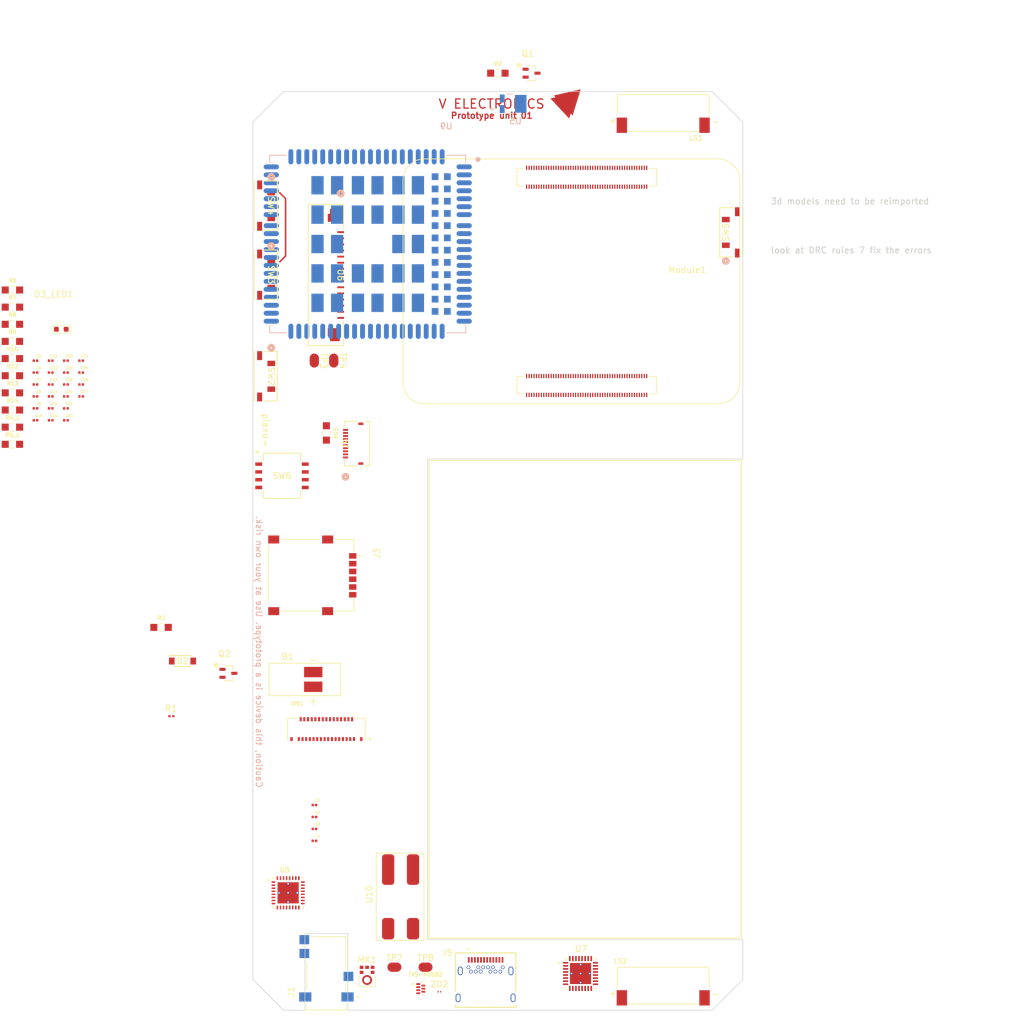
<source format=kicad_pcb>
(kicad_pcb (version 20241229) (generator "pcbnew") (generator_version "9.0")
  (title_block (title "SPIRIT-carrier-board") (date "2024-08-30") (company "V-Electronics"))
  (layers (0 "F.Cu" signal) (2 "B.Cu" signal) (13 "F.Paste" user) (15 "B.Paste" user) (5 "F.SilkS" user "F.Silkscreen") (7 "B.SilkS" user "B.Silkscreen") (1 "F.Mask" user) (3 "B.Mask" user) (25 "Edge.Cuts" user))
  (net 0 "")
  (net 1 "Net-(Module1B-USB3-1-RX_N)")
  (net 2 "Net-(Module1B-USB3-1-RX_P)")
  (net 3 "USBC POW")
  (net 4 "Net-(Module1B-USB3-1-TX_N)")
  (net 5 "Net-(Module1B-USB3-1-TX_P)")
  (net 6 "RX1+")
  (net 7 "RX1-")
  (net 16 "CODEC SDA")
  (net 31 "D-")
  (net 32 "D+")
  (net 38 "SYS")
  (net 43 "GPSGSM-SWITCH")
  (net 45 "CAM_SDA")
  (net 46 "CAM_SCL")
  (net 47 "CAM_CK_P")
  (net 48 "CAM_CK_N")
  (net 49 "CAM_D1_P")
  (net 50 "CAM_D1_N")
  (net 51 "GND")
  (net 52 "VCC")
  (net 68 "CAM_D0_P")
  (net 76 "Net-(U11-PMID)")
  (net 91 "CAM_D0_N")
  (net 102 "BAT")
  (net 121 "Net-(BAT2--)")
  (net 126 "Net-(BAT2-+)")
  (net 135 "SPI0_RDY")
  (net 167 "TX1+")
  (net 169 "TX1-")
  (net 210 "CODEC SCL")
  (net 211 "JACK-IN")
  (net 212 "MIC-SWITCH")
  (net 213 "CAM-SWITCH")
  (net 218 "CAM_IO0")
  (net 219 "DSI1_D0_N")
  (net 220 "DSI1_D0_P")
  (net 221 "DSI1_D1_N")
  (net 222 "DSI1_D1_P")
  (net 223 "DSI1_C_N")
  (net 224 "DSI1_C_P")
  (net 225 "DSI1_D2_N")
  (net 226 "DSI1_D2_P")
  (net 227 "DSI1_D3_N")
  (net 228 "DSI1_D3_P")
  (net 229 "DIS SDA")
  (net 230 "DIS SCL")
  (net 231 "CC2")
  (net 232 "CC1")
  (net 251 "BTST1")
  (net 337 "Net-(Q2-D)")
  (net 338 "Net-(Q1-G)")
  (net 339 "Net-(Q1-D)")
  (net 340 "Net-(Q2-G)")
  (net 341 "REGN")
  (net 342 "BTST2")
  (net 343 "VBUS")
  (net 344 "VAC2")
  (net 345 "Net-(C25-Pad1)")
  (net 346 "Net-(C26-Pad1)")
  (net 347 "VAC1")
  (net 350 "SPI0_CLK")
  (net 351 "SPI0_MOSI")
  (net 352 "SPI0_CS")
  (net 353 "Net-(J4-Pad8)")
  (net 354 "SPI0_MISO")
  (net 357 "GPIO3")
  (net 358 "GPIO2")
  (net 359 "GPIO27")
  (net 360 "GPIO17")
  (net 361 "GPIO22")
  (net 362 "GPIO4")
  (net 363 "Net-(U11-PROG)")
  (net 364 "ILIM_HIZ")
  (net 365 "Net-(U11-TS)")
  (net 366 "OUT +")
  (net 367 "BATP")
  (net 368 "PMID")
  (net 369 "ACDRV2")
  (net 370 "Net-(D6-K)")
  (footprint "SPIRIT-footprints:USBC_capacitor_CAPC0603X33N" (layer "F.Cu") (at 26.9501 76.8937)
    (property "Reference" "C25")
    (property "Value" "2.2μF")
  )
  (footprint "SPIRIT-footprints:35mmJACK-CUI_SJ2-35894B-SMT-TR" (layer "F.Cu") (at 67 175 90)
    (property "Reference" "J1")
    (property "Value" "SJ2-35894B-SMT-TR")
  )
  (footprint "SPIRIT-footprints:USBC_capacitor_CAPC0603X33N" (layer "F.Cu") (at 65.049 151.405599)
    (property "Reference" "C3")
    (property "Value" "0.33 µF coupling cap")
  )
  (footprint "SPIRIT-footprints:USBC_capacitor_CAPC0603X33N" (layer "F.Cu") (at 65.049 153.351599)
    (property "Reference" "C4")
    (property "Value" "0.33 µF coupling cap")
  )
  (footprint "SPIRIT-footprints:test-pad-1" (layer "F.Cu") (at 69.215 74.93 -90)
    (property "Reference" "TP4")
    (property "Value" "test-pad-1")
  )
  (footprint "SPIRIT-footprints:1K-05W-0805-RES_ERJP06J102V" (layer "F.Cu") (at 15.7241 83.0047)
    (property "Reference" "R14")
    (property "Value" "2")
  )
  (footprint "SPIRIT-footprints:USBC_capacitor_CAPC0603X33N" (layer "F.Cu") (at 24.4641 80.7857)
    (property "Reference" "C21")
    (property "Value" "0.1μF")
  )
  (footprint "SPIRIT-footprints:USBC_capacitor_CAPC0603X33N" (layer "F.Cu") (at 21.9781 84.6777)
    (property "Reference" "C16")
    (property "Value" "10μF")
  )
  (footprint "SPIRIT-footprints:SPEAKER_CMR-15062S-67" (layer "F.Cu") (at 122 34.5 180)
    (property "Reference" "LS1")
    (property "Value" "CMR-15062S-67")
  )
  (footprint "SPIRIT-footprints:USBC_capacitor_CAPC0603X33N" (layer "F.Cu") (at 19.4921 78.8397)
    (property "Reference" "C7")
    (property "Value" "10μF")
  )
  (footprint "SPIRIT-footprints:test-pad-1" (layer "F.Cu") (at 66.04 74.93 -90)
    (property "Reference" "TP3")
    (property "Value" "test-pad-1")
  )
  (footprint "SPIRIT-footprints:DAC-IC_ADS125H01IRHBT" (layer "F.Cu") (at 60.75 161.85)
    (property "Reference" "U8")
    (property "Value" "DAC-TLV320DAC3100IRHBR")
  )
  (footprint "SPIRIT-footprints:buttonSW_TL3330_EWI" (layer "F.Cu") (at 57.111 77.5 -90)
    (property "Reference" "SW2")
    (property "Value" "PROG")
  )
  (footprint "SPIRIT-footprints:USBC_capacitor_CAPC0603X33N" (layer "F.Cu") (at 19.4921 80.7857)
    (property "Reference" "C8")
    (property "Value" "10μF")
  )
  (footprint "SPIRIT-footprints:USBC_capacitor_CAPC0603X33N" (layer "F.Cu") (at 21.9781 80.7857)
    (property "Reference" "C14")
    (property "Value" "10μF")
  )
  (footprint "SPIRIT-footprints:1K-05W-0805-RES_ERJP06J102V" (layer "F.Cu") (at 15.7241 66.2047)
    (property "Reference" "R7")
    (property "Value" "30.31k")
  )
  (footprint "SPIRIT-footprints:USB-ESD-protection-diode-PESD5V0C1USFYL-SOD962-2_DSN0603-2_NEX" (layer "F.Cu") (at 85.4532 178)
    (property "Reference" "ZD2")
    (property "Value" "protection-PESD5V0C1USFYL" (hide yes))
  )
  (footprint "SPIRIT-footprints:1K-05W-0805-RES_ERJP06J102V" (layer "F.Cu") (at 15.7241 80.2047)
    (property "Reference" "R13")
    (property "Value" "2")
  )
  (footprint "SPIRIT-footprints:USBC_capacitor_CAPC0603X33N" (layer "F.Cu") (at 19.4921 82.7317)
    (property "Reference" "C9")
    (property "Value" "10μF")
  )
  (footprint "LOGO" (layer "F.Cu") (at 106.045 33.02)
    (property "Reference" "G***" (hide yes))
    (property "Value" "LOGO" (hide yes))
  )
  (footprint "SPIRIT-footprints:1K-05W-0805-RES_ERJP06J102V" (layer "F.Cu") (at 15.7241 88.6047)
    (property "Reference" "R5_1")
    (property "Value" "100k")
  )
  (footprint "SPIRIT-footprints:pianoCHP-041B_NDC" (layer "F.Cu") (at 59.75 93.75)
    (property "Reference" "SW6")
    (property "Value" "CHP-041B")
  )
  (footprint "SPIRIT-footprints:USBC_capacitor_CAPC0603X33N" (layer "F.Cu") (at 24.4641 76.8937)
    (property "Reference" "C19")
    (property "Value" "47nF")
  )
  (footprint "SPIRIT-footprints:USBC_capacitor_CAPC0603X33N" (layer "F.Cu") (at 26.9501 74.9477)
    (property "Reference" "C24")
    (property "Value" "0.1μF")
  )
  (footprint "SPIRIT-footprints:USBC_capacitor_CAPC0603X33N" (layer "F.Cu") (at 19.4921 74.9477)
    (property "Reference" "C5")
    (property "Value" "0.1μF")
  )
  (footprint "CM5IO:Raspberry-Pi-5-Compute-Module" (layer "F.Cu") (at 131 78.5 90)
    (property "Reference" "Module1")
    (property "Value" "ComputeModule5-CM5")
  )
  (footprint "SPIRIT-footprints:flyback-diode-SODFL3818X130N" (layer "F.Cu") (at 43.5 124)
    (property "Reference" "D2")
    (property "Value" "1N4007W-T")
  )
  (footprint "SPIRIT-footprints:USBC_capacitor_CAPC0603X33N" (layer "F.Cu") (at 24.4641 84.6777)
    (property "Reference" "C23")
    (property "Value" "10μF")
  )
  (footprint "SPIRIT-footprints:buttonSW_TL3330_EWI" (layer "F.Cu") (at 57.111 49.625 -90)
    (property "Reference" "SW4")
    (property "Value" "VOL+")
  )
  (footprint "SPIRIT-footprints:USBC_capacitor_CAPC0603X33N" (layer "F.Cu") (at 65.049 149.459599)
    (property "Reference" "C2")
    (property "Value" "0.33 µF coupling cap")
  )
  (footprint "SPIRIT-footprints:SPEAKER_CMR-15062S-67" (layer "F.Cu") (at 122 177 180)
    (property "Reference" "LS2")
    (property "Value" "CMR-15062S-67")
  )
  (footprint "SPIRIT-footprints:microphone_SPH0645LM4H-B" (layer "F.Cu") (at 73.645 176.087)
    (property "Reference" "MK1")
    (property "Value" "microphone" (hide yes))
  )
  (footprint "SPIRIT-footprints:1K-05W-0805-RES_ERJP06J102V" (layer "F.Cu") (at 95 28)
    (property "Reference" "R2")
    (property "Value" "1K-05W-0805-RES_ERJP06J102V")
  )
  (footprint "SPIRIT-footprints:FPC15pin-1mm-pitch-CONN_F52Q-1A7H1-11015_AMP" (layer "F.Cu") (at 66.929 60.96 -90)
    (property "Reference" "U6")
    (property "Value" "FPC15pin-1mm-pitch-F52Q-1A7H1-11015")
  )
  (footprint "SPIRIT-footprints:1K-05W-0805-RES_ERJP06J102V" (layer "F.Cu") (at 15.7241 85.8047)
    (property "Reference" "R4_1")
    (property "Value" "6.04k")
  )
  (footprint "SPIRIT-footprints:buttonSW_TL3330_EWI" (layer "F.Cu") (at 133.111 54 90)
    (property "Reference" "SW5")
    (property "Value" "POW")
  )
  (footprint "SPIRIT-footprints:USBC_capacitor_CAPC0603X33N" (layer "F.Cu") (at 24.4641 78.8397)
    (property "Reference" "C20")
    (property "Value" "4.7μF")
  )
  (footprint "SPIRIT-footprints:1K-05W-0805-RES_ERJP06J102V" (layer "F.Cu") (at 15.7241 74.6047)
    (property "Reference" "R10")
    (property "Value" "R")
  )
  (footprint "SPIRIT-footprints:buttonSW_TL3330_EWI" (layer "F.Cu") (at 57.111 60.900002 -90)
    (property "Reference" "SW3")
    (property "Value" "VOL-")
  )
  (footprint "SPIRIT-footprints:USBC_capacitor_CAPC0603X33N" (layer "F.Cu") (at 19.4921 84.6777)
    (property "Reference" "C10")
    (property "Value" "10μF")
  )
  (footprint "SPIRIT-footprints:battery_37V3500mAhLP685077JU" (layer "F.Cu") (at 109.25 96.25)
    (property "Reference" "BAT2" (hide yes))
    (property "Value" "battery_37V3500mAhLP685077JU")
  )
  (footprint "SPIRIT-footprints:CODEC-QFN50P500X500X100-33N" (layer "F.Cu") (at 108.5 175.025)
    (property "Reference" "U7")
    (property "Value" "CODEC-TLV320AIC3204IRHBR")
  )
  (footprint "SPIRIT-footprints:USBC_capacitor_CAPC0603X33N" (layer "F.Cu") (at 24.4641 82.7317)
    (property "Reference" "C22")
    (property "Value" "10μF")
  )
  (footprint "SPIRIT-footprints:USBC_capacitor_CAPC0603X33N" (layer "F.Cu") (at 21.9781 76.8937)
    (property "Reference" "C12")
    (property "Value" "10μF")
  )
  (footprint "SPIRIT-footprints:VIBRATION-PUI_HD-EMB1205-3-SC-R" (layer "F.Cu") (at 63.5 127)
    (property "Reference" "B1")
    (property "Value" "VIBR")
  )
  (footprint "SPIRIT-footprints:test-pad-1" (layer "F.Cu") (at 83.185 172.974)
    (property "Reference" "TP8")
    (property "Value" "test-pad-1")
  )
  (footprint "SPIRIT-footprints:10PIN" (layer "F.Cu") (at 72 88.5 90)
    (property "Reference" "J4")
    (property "Value" "FINGER")
  )
  (footprint "SPIRIT-footprints:1K-05W-0805-RES_ERJP06J102V" (layer "F.Cu") (at 40 118.5)
    (property "Reference" "R3")
    (property "Value" "1K-05W-0805-RES_ERJP06J102V")
  )
  (footprint "SPIRIT-footprints:thermistor-NTC0201Z_P63XP33_PAN" (layer "F.Cu") (at 41.6825 133)
    (property "Reference" "R1")
    (property "Value" "thermistor")
  )
  (footprint "SPIRIT-footprints:TVS-array-IC_PUSB3AB6Z" (layer "F.Cu") (at 82.415 177.5)
    (property "Reference" "TVS-PUSB2")
    (property "Value" "~")
  )
  (footprint "SPIRIT-footprints:USBC_capacitor_CAPC0603X33N" (layer "F.Cu") (at 21.9781 78.8397)
    (property "Reference" "C13")
    (property "Value" "10μF")
  )
  (footprint "SPIRIT-footprints:USBC_capacitor_CAPC0603X33N" (layer "F.Cu") (at 65.049 147.513599)
    (property "Reference" "C1")
    (property "Value" "0.33 µF coupling cap")
  )
  (footprint "SPIRIT-footprints:1K-05W-0805-RES_ERJP06J102V" (layer "F.Cu") (at 67 86.75 -90)
    (property "Reference" "R15")
    (property "Value" "270K-05W-0805-RES_ERJP06J102V")
  )
  (footprint "SPIRIT-footprints:USBC-3-2-fix-GCT_USB4056-03-A_REVA2" (layer "F.Cu") (at 93 179)
    (property "Reference" "J5")
    (property "Value" "USBC-3-2-fix-USB4056-03-A_REVA2")
    (fp_line (start 3.45 -5.965) (end 3.75 -5.965) (stroke (width 0.01)) (layer "Edge.Cuts"))
    (fp_line (start 3.75 -5.315) (end 3.45 -5.315) (stroke (width 0.01)) (layer "Edge.Cuts"))
    (fp_arc (start 3.125 -5.64) (mid 3.22019 -5.86981) (end 3.45 -5.965) (stroke (width 0.01)) (layer "Edge.Cuts"))
    (fp_arc (start 3.45 -5.315) (mid 3.22019 -5.41019) (end 3.125 -5.64) (stroke (width 0.01)) (layer "Edge.Cuts"))
    (fp_arc (start 3.75 -5.965) (mid 3.97981 -5.86981) (end 4.075 -5.64) (stroke (width 0.01)) (layer "Edge.Cuts"))
    (fp_arc (start 4.075 -5.64) (mid 3.97981 -5.41019) (end 3.75 -5.315) (stroke (width 0.01)) (layer "Edge.Cuts"))
  )
  (footprint "SPIRIT-footprints:USBC_capacitor_CAPC0603X33N" (layer "F.Cu") (at 19.4921 76.8937)
    (property "Reference" "C6")
    (property "Value" "10μF")
  )
  (footprint "SPIRIT-footprints:USBC_capacitor_CAPC0603X33N" (layer "F.Cu") (at 21.9781 74.9477)
    (property "Reference" "C11")
    (property "Value" "0.1μF")
  )
  (footprint "SPIRIT-footprints:gpio-driver-transistor-fix-SOT65P210X110-3N" (layer "F.Cu") (at 51 126)
    (property "Reference" "Q2")
    (property "Value" "~")
  )
  (footprint "SPIRIT-footprints:test-pad-1" (layer "F.Cu") (at 78.105 172.974)
    (property "Reference" "TP7")
    (property "Value" "test-pad-1")
  )
  (footprint "SPIRIT-footprints:gpio-driver-transistor-fix-SOT65P210X110-3N" (layer "F.Cu") (at 100.5 28)
    (property "Reference" "Q1")
    (property "Value" "~")
  )
  (footprint "SPIRIT-footprints:USBC_capacitor_CAPC0603X33N" (layer "F.Cu") (at 24.4641 74.9477)
    (property "Reference" "C18")
    (property "Value" "47nF")
  )
  (footprint "SPIRIT-footprints:1K-05W-0805-RES_ERJP06J102V" (layer "F.Cu") (at 15.7241 69.0047)
    (property "Reference" "R8")
    (property "Value" "10k")
  )
  (footprint "SPIRIT-footprints:1K-05W-0805-RES_ERJP06J102V" (layer "F.Cu") (at 15.7241 77.4047)
    (property "Reference" "R12")
    (property "Value" "R")
  )
  (footprint "SPIRIT-footprints:HRS_FH72-31S-0.3SHW" (layer "F.Cu") (at 67 135.11)
    (property "Reference" "DIS1")
    (property "Value" "FH72-31S-0.3SHW")
  )
  (footprint "SPIRIT-footprints:1K-05W-0805-RES_ERJP06J102V" (layer "F.Cu") (at 15.7241 63.4047)
    (property "Reference" "R6")
    (property "Value" "5.24k")
  )
  (footprint "SPIRIT-footprints:USBC_capacitor_CAPC0603X33N" (layer "F.Cu") (at 26.9501 78.8397)
    (property "Reference" "C26")
    (property "Value" "2.2μF")
  )
  (footprint "SPIRIT-footprints:USBC_capacitor_CAPC0603X33N" (layer "F.Cu") (at 26.9501 80.7857)
    (property "Reference" "C27")
    (property "Value" "0.1μF")
  )
  (footprint "SPIRIT-footprints:USBC_capacitor_CAPC0603X33N" (layer "F.Cu") (at 21.9781 82.7317)
    (property "Reference" "C15")
    (property "Value" "10μF")
  )
  (footprint "SPIRIT-footprints:LED-INDICATOR" (layer "F.Cu") (at 22.2181 69.1837)
    (property "Reference" "D3_LED1")
    (property "Value" "LED-INDICATOR")
  )
  (footprint "SPIRIT-footprints:SIM-AMPHENOL_G85D1160022HHR" (layer "F.Cu") (at 64.5 110 -90)
    (property "Reference" "J3")
    (property "Value" "SIM-G85D1160022HHR")
  )
  (footprint "SPIRIT-footprints:BAT-CONNECTOR-FLTS22WR00" (layer "F.Cu") (at 72.511 162.119 90)
    (property "Reference" "U10")
    (property "Value" "BAT-CONNECTOR-FLTS22WR00" (hide yes))
  )
  (footprint "SPIRIT-footprints:1K-05W-0805-RES_ERJP06J102V" (layer "F.Cu") (at 15.7241 71.8047)
    (property "Reference" "R9")
    (property "Value" "100")
  )
  (footprint "SPIRIT-footprints:LUMILED-DIODFN449X305X210-3N" (layer "B.Cu") (at 97.5 33)
    (property "Reference" "U5")
    (property "Value" "Flash-LED-Lumiled" (hide yes))
  )
  (footprint "SPIRIT-footprints:GSM-GPS-XCVR_EC25VFA-512-STD" (layer "B.Cu") (at 73.75 55.9 180)
    (property "Reference" "U9")
    (property "Value" "GSM-GPS-EC25VFA-512-STD")
  )
  (footprint "LOGO" (layer "B.Cu") (at 67 33.25 180)
    (property "Reference" "G***" (hide yes))
    (property "Value" "LOGO" (hide yes))
  )
  (gr_line (start 83.5 91) (end 83.5 169.5) (stroke (width 0.1)) (layer "Edge.Cuts"))
  (gr_line (start 135 36) (end 135 91) (stroke (width 0.1)) (layer "Edge.Cuts"))
  (gr_line (start 70.5 168.5) (end 63.5 168.5) (stroke (width 0.1)) (layer "Edge.Cuts"))
  (gr_line (start 63.5 181) (end 63.5 168.5) (stroke (width 0.1)) (layer "Edge.Cuts"))
  (gr_line (start 130 181) (end 72 181) (stroke (width 0.1)) (layer "Edge.Cuts"))
  (gr_line (start 72 181) (end 70.5 181) (stroke (width 0.1)) (layer "Edge.Cuts"))
  (gr_line (start 55 36) (end 60 31) (stroke (width 0.1)) (layer "Edge.Cuts"))
  (gr_line (start 55 176) (end 55 36) (stroke (width 0.1)) (layer "Edge.Cuts"))
  (gr_line (start 135 169.5) (end 135 176) (stroke (width 0.1)) (layer "Edge.Cuts"))
  (gr_line (start 83.5 169.5) (end 135 169.5) (stroke (width 0.1)) (layer "Edge.Cuts"))
  (gr_line (start 70.5 168.5) (end 70.5 181) (stroke (width 0.1)) (layer "Edge.Cuts"))
  (gr_line (start 63.5 181) (end 60 181) (stroke (width 0.1)) (layer "Edge.Cuts"))
  (gr_line (start 130 31) (end 135 36) (stroke (width 0.1)) (layer "Edge.Cuts"))
  (gr_line (start 135 176) (end 130 181) (stroke (width 0.1)) (layer "Edge.Cuts"))
  (gr_line (start 60 31) (end 130 31) (stroke (width 0.1)) (layer "Edge.Cuts"))
  (gr_line (start 60 181) (end 55 176) (stroke (width 0.1)) (layer "Edge.Cuts"))
  (gr_line (start 135 91) (end 83.5 91) (stroke (width 0.1)) (layer "Edge.Cuts"))
  (gr_text "V ELECTRONICS" (at 93.98 33.02 0) (layer "F.Cu") (effects (font (size 1.5 1.5) (thickness 0.2))))
  (gr_text "01" (at 99.695 34.925 0) (layer "F.Cu") (effects (font (size 1 1) (thickness 0.2))))
  (gr_text "Prototype unit" (at 92.71 34.925 0) (layer "F.Cu") (effects (font (size 1 1) (thickness 0.2))))
  (gr_text "piano→" (at 56.5 83.5 270) (layer "F.SilkS") (effects (font (size 1 1)) (justify left bottom)))
  (gr_text "Caution, this device is a prototype. Use at your own risk." (at 56 122.5 270) (layer "B.SilkS") (effects (font (size 1 1)) (justify mirror)))
  (gr_text "look at DRC rules 7 fix the errors\n" (at 139.5 57.5 0) (layer "Edge.Cuts") (effects (font (size 1 1)) (justify left bottom)))
  (gr_text "3d models need to be reimported\n" (at 139.5 49.5 0) (layer "Edge.Cuts") (effects (font (size 1 1)) (justify left bottom)))
  (segment (start 60.334 48.486002) (end 60.334 57.855004) (width 0.25) (layer "F.Cu") (net 52))
  (segment (start 60.334 57.855004) (end 59.389 58.800004) (width 0.25) (layer "F.Cu") (net 52))
  (segment (start 59.373 47.525002) (end 60.334 48.486002) (width 0.25) (layer "F.Cu") (net 52))
)
</source>
